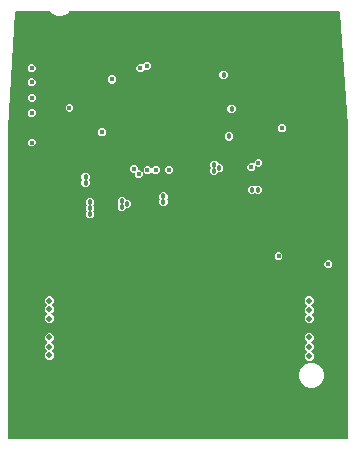
<source format=gbr>
G04 EAGLE Gerber RS-274X export*
G75*
%MOMM*%
%FSLAX34Y34*%
%LPD*%
%INCopper Layer 2*%
%IPPOS*%
%AMOC8*
5,1,8,0,0,1.08239X$1,22.5*%
G01*
%ADD10C,0.457200*%
%ADD11C,0.453200*%
%ADD12C,0.403200*%
%ADD13C,0.503200*%

G36*
X290896Y4771D02*
X290896Y4771D01*
X290915Y4769D01*
X291017Y4791D01*
X291119Y4807D01*
X291136Y4817D01*
X291156Y4821D01*
X291245Y4874D01*
X291336Y4923D01*
X291350Y4937D01*
X291367Y4947D01*
X291434Y5026D01*
X291506Y5101D01*
X291514Y5119D01*
X291527Y5134D01*
X291566Y5230D01*
X291609Y5324D01*
X291611Y5344D01*
X291619Y5362D01*
X291637Y5529D01*
X291637Y269887D01*
X291634Y269908D01*
X291635Y269942D01*
X284730Y365636D01*
X284713Y365705D01*
X284706Y365776D01*
X284685Y365824D01*
X284672Y365875D01*
X284657Y365899D01*
X284651Y366238D01*
X284649Y366251D01*
X284650Y366263D01*
X284627Y366372D01*
X284607Y366480D01*
X284601Y366491D01*
X284598Y366504D01*
X284541Y366599D01*
X284488Y366695D01*
X284478Y366704D01*
X284472Y366715D01*
X284388Y366787D01*
X284306Y366861D01*
X284295Y366866D01*
X284285Y366875D01*
X284182Y366916D01*
X284081Y366961D01*
X284069Y366962D01*
X284057Y366967D01*
X283890Y366985D01*
X56172Y366985D01*
X56082Y366970D01*
X55991Y366963D01*
X55961Y366951D01*
X55929Y366945D01*
X55849Y366903D01*
X55765Y366867D01*
X55733Y366841D01*
X55712Y366830D01*
X55690Y366807D01*
X55634Y366762D01*
X53765Y364893D01*
X49869Y363279D01*
X45651Y363279D01*
X41755Y364893D01*
X39886Y366762D01*
X39812Y366815D01*
X39743Y366875D01*
X39713Y366887D01*
X39686Y366906D01*
X39599Y366933D01*
X39515Y366967D01*
X39474Y366971D01*
X39451Y366978D01*
X39419Y366977D01*
X39348Y366985D01*
X11023Y366985D01*
X10904Y366966D01*
X10786Y366947D01*
X10783Y366946D01*
X10780Y366945D01*
X10674Y366889D01*
X10568Y366834D01*
X10566Y366832D01*
X10563Y366830D01*
X10480Y366743D01*
X10397Y366657D01*
X10396Y366654D01*
X10394Y366652D01*
X10343Y366543D01*
X10292Y366435D01*
X10291Y366431D01*
X10290Y366429D01*
X10289Y366418D01*
X10263Y366270D01*
X4364Y267952D01*
X4366Y267934D01*
X4363Y267906D01*
X4363Y5529D01*
X4366Y5509D01*
X4364Y5490D01*
X4386Y5388D01*
X4402Y5286D01*
X4412Y5269D01*
X4416Y5249D01*
X4469Y5160D01*
X4518Y5069D01*
X4532Y5055D01*
X4542Y5038D01*
X4621Y4971D01*
X4696Y4899D01*
X4714Y4891D01*
X4729Y4878D01*
X4825Y4839D01*
X4919Y4796D01*
X4939Y4794D01*
X4957Y4786D01*
X5124Y4768D01*
X290876Y4768D01*
X290896Y4771D01*
G37*
%LPC*%
G36*
X258651Y48279D02*
X258651Y48279D01*
X254755Y49893D01*
X251773Y52875D01*
X250159Y56771D01*
X250159Y60989D01*
X251773Y64885D01*
X254755Y67867D01*
X258651Y69481D01*
X262869Y69481D01*
X266765Y67867D01*
X269747Y64885D01*
X271361Y60989D01*
X271361Y56771D01*
X269747Y52875D01*
X266765Y49893D01*
X262869Y48279D01*
X258651Y48279D01*
G37*
%LPD*%
%LPC*%
G36*
X257431Y71213D02*
X257431Y71213D01*
X255213Y73431D01*
X255213Y76569D01*
X257106Y78462D01*
X257118Y78478D01*
X257134Y78490D01*
X257190Y78578D01*
X257250Y78661D01*
X257256Y78680D01*
X257267Y78697D01*
X257292Y78798D01*
X257322Y78897D01*
X257322Y78916D01*
X257327Y78936D01*
X257319Y79039D01*
X257316Y79142D01*
X257309Y79161D01*
X257308Y79181D01*
X257267Y79276D01*
X257232Y79373D01*
X257219Y79389D01*
X257211Y79407D01*
X257106Y79538D01*
X255213Y81431D01*
X255213Y84569D01*
X257106Y86462D01*
X257118Y86478D01*
X257134Y86490D01*
X257164Y86537D01*
X257180Y86555D01*
X257193Y86583D01*
X257250Y86661D01*
X257256Y86680D01*
X257267Y86697D01*
X257292Y86798D01*
X257322Y86897D01*
X257322Y86916D01*
X257327Y86936D01*
X257319Y87039D01*
X257316Y87142D01*
X257309Y87161D01*
X257308Y87181D01*
X257267Y87276D01*
X257232Y87373D01*
X257219Y87389D01*
X257211Y87407D01*
X257106Y87538D01*
X255213Y89431D01*
X255213Y92569D01*
X257431Y94787D01*
X260569Y94787D01*
X262787Y92569D01*
X262787Y89431D01*
X260894Y87538D01*
X260882Y87522D01*
X260866Y87510D01*
X260810Y87422D01*
X260750Y87339D01*
X260744Y87320D01*
X260733Y87303D01*
X260708Y87202D01*
X260678Y87103D01*
X260678Y87084D01*
X260673Y87064D01*
X260681Y86961D01*
X260684Y86858D01*
X260691Y86839D01*
X260692Y86819D01*
X260733Y86724D01*
X260768Y86627D01*
X260781Y86611D01*
X260789Y86593D01*
X260861Y86502D01*
X260867Y86492D01*
X260874Y86486D01*
X260894Y86462D01*
X262787Y84569D01*
X262787Y81431D01*
X260894Y79538D01*
X260882Y79522D01*
X260866Y79510D01*
X260810Y79422D01*
X260750Y79339D01*
X260744Y79320D01*
X260733Y79303D01*
X260708Y79202D01*
X260678Y79103D01*
X260678Y79084D01*
X260673Y79064D01*
X260681Y78961D01*
X260684Y78858D01*
X260691Y78839D01*
X260692Y78819D01*
X260733Y78724D01*
X260768Y78627D01*
X260781Y78611D01*
X260789Y78593D01*
X260894Y78462D01*
X262787Y76569D01*
X262787Y73431D01*
X260569Y71213D01*
X257431Y71213D01*
G37*
%LPD*%
%LPC*%
G36*
X257431Y103213D02*
X257431Y103213D01*
X255213Y105431D01*
X255213Y108569D01*
X256606Y109962D01*
X256618Y109978D01*
X256634Y109990D01*
X256690Y110078D01*
X256750Y110161D01*
X256756Y110180D01*
X256767Y110197D01*
X256792Y110298D01*
X256822Y110397D01*
X256822Y110416D01*
X256827Y110436D01*
X256819Y110539D01*
X256816Y110642D01*
X256809Y110661D01*
X256808Y110681D01*
X256767Y110776D01*
X256732Y110873D01*
X256719Y110889D01*
X256711Y110907D01*
X256606Y111038D01*
X255213Y112431D01*
X255213Y115569D01*
X257106Y117462D01*
X257118Y117478D01*
X257134Y117490D01*
X257190Y117578D01*
X257250Y117661D01*
X257256Y117680D01*
X257267Y117697D01*
X257292Y117798D01*
X257322Y117897D01*
X257322Y117916D01*
X257327Y117936D01*
X257319Y118039D01*
X257316Y118142D01*
X257309Y118161D01*
X257308Y118181D01*
X257267Y118276D01*
X257232Y118373D01*
X257219Y118389D01*
X257211Y118407D01*
X257106Y118538D01*
X255213Y120431D01*
X255213Y123569D01*
X257431Y125787D01*
X260569Y125787D01*
X262787Y123569D01*
X262787Y120431D01*
X260894Y118538D01*
X260882Y118522D01*
X260866Y118510D01*
X260810Y118422D01*
X260750Y118339D01*
X260744Y118320D01*
X260733Y118303D01*
X260708Y118202D01*
X260678Y118103D01*
X260678Y118084D01*
X260673Y118064D01*
X260681Y117961D01*
X260684Y117858D01*
X260691Y117839D01*
X260692Y117819D01*
X260733Y117724D01*
X260768Y117627D01*
X260781Y117611D01*
X260789Y117593D01*
X260894Y117462D01*
X262787Y115569D01*
X262787Y112431D01*
X261394Y111038D01*
X261382Y111022D01*
X261366Y111010D01*
X261310Y110922D01*
X261250Y110839D01*
X261244Y110820D01*
X261233Y110803D01*
X261208Y110702D01*
X261178Y110603D01*
X261178Y110584D01*
X261173Y110564D01*
X261181Y110461D01*
X261184Y110358D01*
X261191Y110339D01*
X261192Y110319D01*
X261233Y110224D01*
X261268Y110127D01*
X261281Y110111D01*
X261289Y110093D01*
X261394Y109962D01*
X262787Y108569D01*
X262787Y105431D01*
X260569Y103213D01*
X257431Y103213D01*
G37*
%LPD*%
%LPC*%
G36*
X37431Y103213D02*
X37431Y103213D01*
X35213Y105431D01*
X35213Y108569D01*
X37106Y110462D01*
X37118Y110478D01*
X37134Y110490D01*
X37190Y110578D01*
X37250Y110661D01*
X37256Y110680D01*
X37267Y110697D01*
X37292Y110798D01*
X37322Y110897D01*
X37322Y110916D01*
X37327Y110936D01*
X37319Y111039D01*
X37316Y111142D01*
X37309Y111161D01*
X37308Y111181D01*
X37267Y111276D01*
X37232Y111373D01*
X37219Y111389D01*
X37211Y111407D01*
X37106Y111538D01*
X35213Y113431D01*
X35213Y116569D01*
X36606Y117962D01*
X36618Y117978D01*
X36634Y117990D01*
X36690Y118078D01*
X36750Y118161D01*
X36756Y118180D01*
X36767Y118197D01*
X36792Y118298D01*
X36822Y118397D01*
X36822Y118416D01*
X36827Y118436D01*
X36819Y118539D01*
X36816Y118642D01*
X36809Y118661D01*
X36808Y118681D01*
X36767Y118776D01*
X36732Y118873D01*
X36719Y118889D01*
X36711Y118907D01*
X36606Y119038D01*
X35213Y120431D01*
X35213Y123569D01*
X37431Y125787D01*
X40569Y125787D01*
X42787Y123569D01*
X42787Y120431D01*
X41394Y119038D01*
X41382Y119022D01*
X41366Y119010D01*
X41310Y118922D01*
X41250Y118839D01*
X41244Y118820D01*
X41233Y118803D01*
X41208Y118702D01*
X41178Y118603D01*
X41178Y118584D01*
X41173Y118564D01*
X41181Y118461D01*
X41184Y118358D01*
X41191Y118339D01*
X41192Y118319D01*
X41233Y118224D01*
X41268Y118127D01*
X41281Y118111D01*
X41289Y118093D01*
X41394Y117962D01*
X42787Y116569D01*
X42787Y113431D01*
X40894Y111538D01*
X40882Y111522D01*
X40866Y111510D01*
X40810Y111422D01*
X40750Y111339D01*
X40744Y111320D01*
X40733Y111303D01*
X40708Y111202D01*
X40678Y111103D01*
X40678Y111084D01*
X40673Y111064D01*
X40681Y110961D01*
X40684Y110858D01*
X40691Y110839D01*
X40692Y110819D01*
X40733Y110724D01*
X40768Y110627D01*
X40781Y110611D01*
X40789Y110593D01*
X40894Y110462D01*
X42787Y108569D01*
X42787Y105431D01*
X40569Y103213D01*
X37431Y103213D01*
G37*
%LPD*%
%LPC*%
G36*
X37431Y72213D02*
X37431Y72213D01*
X35213Y74431D01*
X35213Y77569D01*
X36606Y78962D01*
X36618Y78978D01*
X36634Y78990D01*
X36690Y79078D01*
X36750Y79161D01*
X36756Y79180D01*
X36767Y79197D01*
X36792Y79298D01*
X36822Y79397D01*
X36822Y79416D01*
X36827Y79436D01*
X36819Y79539D01*
X36816Y79642D01*
X36809Y79661D01*
X36808Y79681D01*
X36767Y79776D01*
X36732Y79873D01*
X36719Y79889D01*
X36711Y79907D01*
X36606Y80038D01*
X35213Y81431D01*
X35213Y84569D01*
X37106Y86462D01*
X37118Y86478D01*
X37134Y86490D01*
X37164Y86537D01*
X37180Y86555D01*
X37193Y86583D01*
X37250Y86661D01*
X37256Y86680D01*
X37267Y86697D01*
X37292Y86798D01*
X37322Y86897D01*
X37322Y86916D01*
X37327Y86936D01*
X37319Y87039D01*
X37316Y87142D01*
X37309Y87161D01*
X37308Y87181D01*
X37267Y87276D01*
X37232Y87373D01*
X37219Y87389D01*
X37211Y87407D01*
X37106Y87538D01*
X35213Y89431D01*
X35213Y92569D01*
X37431Y94787D01*
X40569Y94787D01*
X42787Y92569D01*
X42787Y89431D01*
X40894Y87538D01*
X40882Y87522D01*
X40866Y87510D01*
X40810Y87422D01*
X40750Y87339D01*
X40744Y87320D01*
X40733Y87303D01*
X40708Y87202D01*
X40678Y87103D01*
X40678Y87084D01*
X40673Y87064D01*
X40681Y86961D01*
X40684Y86858D01*
X40691Y86839D01*
X40692Y86819D01*
X40733Y86724D01*
X40768Y86627D01*
X40781Y86611D01*
X40789Y86593D01*
X40861Y86502D01*
X40867Y86492D01*
X40874Y86486D01*
X40894Y86462D01*
X42787Y84569D01*
X42787Y81431D01*
X41394Y80038D01*
X41382Y80022D01*
X41366Y80010D01*
X41310Y79922D01*
X41250Y79839D01*
X41244Y79820D01*
X41233Y79803D01*
X41208Y79702D01*
X41178Y79603D01*
X41178Y79584D01*
X41173Y79564D01*
X41181Y79461D01*
X41184Y79358D01*
X41191Y79339D01*
X41192Y79319D01*
X41233Y79224D01*
X41268Y79127D01*
X41281Y79111D01*
X41289Y79093D01*
X41394Y78962D01*
X42787Y77569D01*
X42787Y74431D01*
X40569Y72213D01*
X37431Y72213D01*
G37*
%LPD*%
%LPC*%
G36*
X71916Y191948D02*
X71916Y191948D01*
X69832Y194032D01*
X69832Y196978D01*
X70321Y197467D01*
X70332Y197483D01*
X70348Y197495D01*
X70404Y197582D01*
X70464Y197666D01*
X70470Y197685D01*
X70481Y197702D01*
X70506Y197803D01*
X70537Y197902D01*
X70536Y197921D01*
X70541Y197941D01*
X70533Y198044D01*
X70530Y198147D01*
X70523Y198166D01*
X70522Y198186D01*
X70481Y198281D01*
X70446Y198378D01*
X70433Y198394D01*
X70426Y198412D01*
X70321Y198543D01*
X69832Y199032D01*
X69832Y201978D01*
X70321Y202467D01*
X70332Y202483D01*
X70348Y202495D01*
X70404Y202583D01*
X70464Y202666D01*
X70470Y202685D01*
X70481Y202702D01*
X70506Y202803D01*
X70537Y202902D01*
X70536Y202921D01*
X70541Y202941D01*
X70533Y203044D01*
X70530Y203147D01*
X70523Y203166D01*
X70522Y203186D01*
X70481Y203281D01*
X70446Y203378D01*
X70433Y203394D01*
X70426Y203412D01*
X70321Y203543D01*
X69832Y204032D01*
X69832Y206978D01*
X71916Y209062D01*
X74862Y209062D01*
X76946Y206978D01*
X76946Y204032D01*
X76457Y203543D01*
X76446Y203527D01*
X76430Y203515D01*
X76374Y203427D01*
X76314Y203344D01*
X76308Y203325D01*
X76297Y203308D01*
X76272Y203207D01*
X76241Y203108D01*
X76242Y203089D01*
X76237Y203069D01*
X76245Y202966D01*
X76248Y202863D01*
X76255Y202844D01*
X76256Y202824D01*
X76297Y202729D01*
X76332Y202632D01*
X76345Y202616D01*
X76352Y202598D01*
X76457Y202467D01*
X76946Y201978D01*
X76946Y199032D01*
X76457Y198543D01*
X76446Y198527D01*
X76430Y198515D01*
X76374Y198427D01*
X76314Y198344D01*
X76308Y198325D01*
X76297Y198308D01*
X76272Y198207D01*
X76241Y198108D01*
X76242Y198089D01*
X76237Y198069D01*
X76245Y197966D01*
X76248Y197863D01*
X76255Y197844D01*
X76256Y197824D01*
X76297Y197729D01*
X76332Y197632D01*
X76345Y197616D01*
X76352Y197598D01*
X76457Y197467D01*
X76946Y196978D01*
X76946Y194032D01*
X74862Y191948D01*
X71916Y191948D01*
G37*
%LPD*%
%LPC*%
G36*
X177054Y228606D02*
X177054Y228606D01*
X174971Y230690D01*
X174971Y233636D01*
X175454Y234119D01*
X175466Y234136D01*
X175481Y234148D01*
X175537Y234235D01*
X175598Y234319D01*
X175604Y234338D01*
X175614Y234355D01*
X175640Y234455D01*
X175640Y234457D01*
X175642Y234460D01*
X175642Y234462D01*
X175670Y234554D01*
X175670Y234574D01*
X175674Y234594D01*
X175667Y234689D01*
X175669Y234705D01*
X175666Y234718D01*
X175664Y234800D01*
X175657Y234819D01*
X175655Y234839D01*
X175623Y234915D01*
X175616Y234945D01*
X175602Y234969D01*
X175579Y235031D01*
X175567Y235047D01*
X175559Y235065D01*
X175502Y235136D01*
X175490Y235156D01*
X175477Y235167D01*
X175454Y235196D01*
X175068Y235583D01*
X175068Y238529D01*
X177151Y240613D01*
X180098Y240613D01*
X182290Y238420D01*
X182336Y238333D01*
X182350Y238320D01*
X182361Y238303D01*
X182439Y238235D01*
X182514Y238164D01*
X182532Y238156D01*
X182548Y238143D01*
X182644Y238104D01*
X182737Y238060D01*
X182757Y238058D01*
X182776Y238051D01*
X182942Y238032D01*
X184204Y238032D01*
X186287Y235949D01*
X186287Y233002D01*
X184204Y230919D01*
X182629Y230919D01*
X182539Y230904D01*
X182448Y230897D01*
X182418Y230884D01*
X182386Y230879D01*
X182305Y230836D01*
X182221Y230801D01*
X182189Y230775D01*
X182169Y230764D01*
X182146Y230741D01*
X182091Y230696D01*
X180001Y228606D01*
X177054Y228606D01*
G37*
%LPD*%
%LPC*%
G36*
X98777Y198005D02*
X98777Y198005D01*
X96693Y200088D01*
X96693Y203035D01*
X97116Y203458D01*
X97127Y203474D01*
X97143Y203486D01*
X97199Y203573D01*
X97259Y203657D01*
X97265Y203676D01*
X97276Y203693D01*
X97301Y203793D01*
X97332Y203892D01*
X97331Y203912D01*
X97336Y203932D01*
X97328Y204035D01*
X97325Y204138D01*
X97318Y204157D01*
X97317Y204177D01*
X97276Y204272D01*
X97241Y204369D01*
X97228Y204385D01*
X97221Y204403D01*
X97116Y204534D01*
X96662Y204988D01*
X96662Y207934D01*
X98746Y210018D01*
X101692Y210018D01*
X103859Y207851D01*
X103933Y207798D01*
X104002Y207739D01*
X104032Y207726D01*
X104058Y207708D01*
X104145Y207681D01*
X104230Y207647D01*
X104271Y207642D01*
X104293Y207635D01*
X104326Y207636D01*
X104397Y207628D01*
X105858Y207628D01*
X107941Y205545D01*
X107941Y202598D01*
X105858Y200515D01*
X104548Y200515D01*
X104458Y200500D01*
X104367Y200493D01*
X104337Y200480D01*
X104305Y200475D01*
X104225Y200432D01*
X104141Y200397D01*
X104109Y200371D01*
X104088Y200360D01*
X104066Y200337D01*
X104010Y200292D01*
X101723Y198005D01*
X98777Y198005D01*
G37*
%LPD*%
%LPC*%
G36*
X213997Y212515D02*
X213997Y212515D01*
X213525Y212987D01*
X213509Y212999D01*
X213497Y213014D01*
X213409Y213070D01*
X213325Y213131D01*
X213306Y213136D01*
X213290Y213147D01*
X213189Y213173D01*
X213090Y213203D01*
X213070Y213202D01*
X213051Y213207D01*
X212948Y213199D01*
X212844Y213197D01*
X212826Y213190D01*
X212806Y213188D01*
X212711Y213148D01*
X212613Y213112D01*
X212598Y213100D01*
X212580Y213092D01*
X212449Y212987D01*
X211978Y212517D01*
X209032Y212517D01*
X206948Y214600D01*
X206948Y217547D01*
X209032Y219630D01*
X211978Y219630D01*
X212450Y219158D01*
X212466Y219147D01*
X212479Y219131D01*
X212566Y219075D01*
X212650Y219015D01*
X212669Y219009D01*
X212686Y218998D01*
X212786Y218973D01*
X212885Y218943D01*
X212905Y218943D01*
X212924Y218938D01*
X213027Y218946D01*
X213131Y218949D01*
X213150Y218956D01*
X213170Y218957D01*
X213264Y218998D01*
X213362Y219033D01*
X213378Y219046D01*
X213396Y219054D01*
X213527Y219158D01*
X213997Y219629D01*
X216944Y219629D01*
X219027Y217545D01*
X219027Y214599D01*
X216944Y212515D01*
X213997Y212515D01*
G37*
%LPD*%
%LPC*%
G36*
X134009Y202061D02*
X134009Y202061D01*
X131926Y204144D01*
X131926Y207091D01*
X132303Y207468D01*
X132315Y207484D01*
X132330Y207496D01*
X132386Y207583D01*
X132446Y207667D01*
X132452Y207686D01*
X132463Y207703D01*
X132488Y207803D01*
X132519Y207902D01*
X132518Y207922D01*
X132523Y207942D01*
X132515Y208045D01*
X132512Y208148D01*
X132506Y208167D01*
X132504Y208187D01*
X132464Y208282D01*
X132458Y208298D01*
X132457Y208301D01*
X132456Y208303D01*
X132428Y208379D01*
X132416Y208395D01*
X132408Y208413D01*
X132338Y208500D01*
X132331Y208512D01*
X132323Y208519D01*
X132303Y208544D01*
X131996Y208852D01*
X131996Y211798D01*
X134079Y213881D01*
X137026Y213881D01*
X139109Y211798D01*
X139109Y208852D01*
X138732Y208475D01*
X138720Y208458D01*
X138705Y208446D01*
X138649Y208359D01*
X138589Y208275D01*
X138583Y208256D01*
X138572Y208239D01*
X138547Y208139D01*
X138516Y208040D01*
X138517Y208020D01*
X138512Y208000D01*
X138520Y207897D01*
X138523Y207794D01*
X138529Y207775D01*
X138531Y207755D01*
X138571Y207660D01*
X138607Y207563D01*
X138619Y207547D01*
X138627Y207529D01*
X138732Y207398D01*
X139039Y207091D01*
X139039Y204144D01*
X136956Y202061D01*
X134009Y202061D01*
G37*
%LPD*%
%LPC*%
G36*
X68177Y218516D02*
X68177Y218516D01*
X66093Y220599D01*
X66093Y223546D01*
X66370Y223823D01*
X66382Y223839D01*
X66397Y223851D01*
X66453Y223938D01*
X66514Y224022D01*
X66519Y224042D01*
X66530Y224058D01*
X66555Y224159D01*
X66586Y224258D01*
X66585Y224278D01*
X66590Y224297D01*
X66582Y224400D01*
X66580Y224503D01*
X66573Y224522D01*
X66571Y224542D01*
X66531Y224637D01*
X66495Y224734D01*
X66483Y224750D01*
X66475Y224768D01*
X66370Y224899D01*
X66036Y225233D01*
X66036Y228180D01*
X68120Y230263D01*
X71066Y230263D01*
X73150Y228180D01*
X73150Y225233D01*
X72873Y224956D01*
X72861Y224940D01*
X72846Y224928D01*
X72790Y224841D01*
X72729Y224756D01*
X72723Y224737D01*
X72713Y224721D01*
X72687Y224620D01*
X72657Y224521D01*
X72657Y224501D01*
X72653Y224482D01*
X72661Y224379D01*
X72663Y224276D01*
X72670Y224257D01*
X72672Y224237D01*
X72712Y224142D01*
X72748Y224045D01*
X72760Y224029D01*
X72768Y224011D01*
X72873Y223880D01*
X73207Y223546D01*
X73207Y220599D01*
X71123Y218516D01*
X68177Y218516D01*
G37*
%LPD*%
%LPC*%
G36*
X208639Y231713D02*
X208639Y231713D01*
X206713Y233639D01*
X206713Y236361D01*
X208639Y238287D01*
X211361Y238287D01*
X211414Y238234D01*
X211472Y238193D01*
X211524Y238143D01*
X211571Y238121D01*
X211613Y238091D01*
X211682Y238070D01*
X211747Y238040D01*
X211799Y238034D01*
X211849Y238018D01*
X211920Y238020D01*
X211991Y238012D01*
X212042Y238024D01*
X212094Y238025D01*
X212162Y238049D01*
X212232Y238065D01*
X212277Y238091D01*
X212325Y238109D01*
X212381Y238154D01*
X212443Y238191D01*
X212477Y238230D01*
X212517Y238263D01*
X212556Y238323D01*
X212603Y238378D01*
X212622Y238426D01*
X212650Y238470D01*
X212668Y238539D01*
X212695Y238606D01*
X212703Y238677D01*
X212711Y238708D01*
X212709Y238732D01*
X212713Y238773D01*
X212713Y240361D01*
X214639Y242287D01*
X217361Y242287D01*
X219287Y240361D01*
X219287Y237639D01*
X217361Y235713D01*
X214639Y235713D01*
X214586Y235766D01*
X214528Y235807D01*
X214476Y235857D01*
X214429Y235879D01*
X214387Y235909D01*
X214318Y235930D01*
X214253Y235960D01*
X214201Y235966D01*
X214151Y235982D01*
X214080Y235980D01*
X214009Y235988D01*
X213958Y235976D01*
X213906Y235975D01*
X213838Y235951D01*
X213768Y235935D01*
X213723Y235909D01*
X213675Y235891D01*
X213619Y235846D01*
X213557Y235809D01*
X213523Y235770D01*
X213483Y235737D01*
X213444Y235677D01*
X213397Y235622D01*
X213378Y235574D01*
X213350Y235530D01*
X213332Y235461D01*
X213305Y235394D01*
X213297Y235323D01*
X213289Y235292D01*
X213291Y235268D01*
X213287Y235227D01*
X213287Y233639D01*
X211361Y231713D01*
X208639Y231713D01*
G37*
%LPD*%
%LPC*%
G36*
X120639Y229713D02*
X120639Y229713D01*
X119267Y231085D01*
X119209Y231127D01*
X119157Y231176D01*
X119109Y231198D01*
X119067Y231229D01*
X118999Y231250D01*
X118933Y231280D01*
X118882Y231286D01*
X118832Y231301D01*
X118760Y231299D01*
X118689Y231307D01*
X118638Y231296D01*
X118603Y231295D01*
X118622Y231343D01*
X118650Y231387D01*
X118668Y231456D01*
X118695Y231523D01*
X118703Y231594D01*
X118711Y231625D01*
X118709Y231649D01*
X118713Y231689D01*
X118713Y234361D01*
X120639Y236287D01*
X123361Y236287D01*
X124962Y234686D01*
X124978Y234675D01*
X124990Y234659D01*
X125078Y234603D01*
X125161Y234543D01*
X125180Y234537D01*
X125197Y234526D01*
X125298Y234501D01*
X125397Y234471D01*
X125416Y234471D01*
X125436Y234466D01*
X125539Y234474D01*
X125642Y234477D01*
X125661Y234484D01*
X125681Y234485D01*
X125776Y234526D01*
X125873Y234561D01*
X125889Y234574D01*
X125907Y234582D01*
X126038Y234686D01*
X127639Y236287D01*
X130361Y236287D01*
X132287Y234361D01*
X132287Y231639D01*
X130361Y229713D01*
X127639Y229713D01*
X126038Y231314D01*
X126022Y231325D01*
X126010Y231341D01*
X125922Y231397D01*
X125839Y231457D01*
X125820Y231463D01*
X125803Y231474D01*
X125702Y231499D01*
X125603Y231529D01*
X125584Y231529D01*
X125564Y231534D01*
X125461Y231526D01*
X125358Y231523D01*
X125339Y231516D01*
X125319Y231515D01*
X125224Y231474D01*
X125127Y231439D01*
X125111Y231426D01*
X125093Y231418D01*
X124962Y231314D01*
X123361Y229713D01*
X120639Y229713D01*
G37*
%LPD*%
%LPC*%
G36*
X114639Y315713D02*
X114639Y315713D01*
X112713Y317639D01*
X112713Y320361D01*
X114639Y322287D01*
X117361Y322287D01*
X117462Y322186D01*
X117478Y322175D01*
X117490Y322159D01*
X117577Y322103D01*
X117661Y322043D01*
X117680Y322037D01*
X117697Y322026D01*
X117798Y322001D01*
X117896Y321971D01*
X117916Y321971D01*
X117936Y321966D01*
X118039Y321974D01*
X118142Y321977D01*
X118161Y321984D01*
X118181Y321985D01*
X118276Y322026D01*
X118373Y322061D01*
X118389Y322074D01*
X118407Y322082D01*
X118538Y322186D01*
X120639Y324287D01*
X123361Y324287D01*
X125287Y322361D01*
X125287Y319639D01*
X123361Y317713D01*
X120639Y317713D01*
X120538Y317814D01*
X120522Y317825D01*
X120510Y317841D01*
X120422Y317897D01*
X120339Y317957D01*
X120320Y317963D01*
X120303Y317974D01*
X120202Y317999D01*
X120103Y318029D01*
X120084Y318029D01*
X120064Y318034D01*
X119961Y318026D01*
X119858Y318023D01*
X119839Y318016D01*
X119819Y318015D01*
X119724Y317974D01*
X119627Y317939D01*
X119611Y317926D01*
X119593Y317918D01*
X119462Y317814D01*
X117361Y315713D01*
X114639Y315713D01*
G37*
%LPD*%
%LPC*%
G36*
X113319Y225950D02*
X113319Y225950D01*
X111394Y227875D01*
X111394Y229869D01*
X111391Y229889D01*
X111393Y229908D01*
X111371Y230010D01*
X111354Y230112D01*
X111345Y230129D01*
X111340Y230149D01*
X111287Y230238D01*
X111239Y230329D01*
X111224Y230343D01*
X111214Y230360D01*
X111136Y230427D01*
X111061Y230498D01*
X111043Y230507D01*
X111027Y230520D01*
X110931Y230558D01*
X110837Y230602D01*
X110818Y230604D01*
X110799Y230612D01*
X110632Y230630D01*
X109158Y230630D01*
X107232Y232555D01*
X107232Y235278D01*
X109158Y237204D01*
X111881Y237204D01*
X113806Y235278D01*
X113806Y233284D01*
X113809Y233265D01*
X113807Y233245D01*
X113829Y233144D01*
X113846Y233042D01*
X113855Y233024D01*
X113859Y233004D01*
X113912Y232915D01*
X113961Y232824D01*
X113975Y232810D01*
X113985Y232793D01*
X114064Y232726D01*
X114139Y232655D01*
X114157Y232646D01*
X114172Y232633D01*
X114269Y232595D01*
X114362Y232551D01*
X114382Y232549D01*
X114400Y232542D01*
X114567Y232523D01*
X116042Y232523D01*
X117414Y231151D01*
X117472Y231109D01*
X117524Y231060D01*
X117571Y231038D01*
X117613Y231008D01*
X117682Y230987D01*
X117747Y230956D01*
X117799Y230951D01*
X117849Y230935D01*
X117920Y230937D01*
X117991Y230929D01*
X118042Y230940D01*
X118077Y230941D01*
X118058Y230893D01*
X118030Y230850D01*
X118012Y230780D01*
X117986Y230714D01*
X117978Y230642D01*
X117970Y230611D01*
X117972Y230588D01*
X117967Y230547D01*
X117967Y227875D01*
X116042Y225950D01*
X113319Y225950D01*
G37*
%LPD*%
%LPC*%
G36*
X185055Y309867D02*
X185055Y309867D01*
X182972Y311951D01*
X182972Y314897D01*
X185055Y316981D01*
X188002Y316981D01*
X190085Y314897D01*
X190085Y311951D01*
X188002Y309867D01*
X185055Y309867D01*
G37*
%LPD*%
%LPC*%
G36*
X191822Y280809D02*
X191822Y280809D01*
X189739Y282892D01*
X189739Y285839D01*
X191822Y287922D01*
X194769Y287922D01*
X196852Y285839D01*
X196852Y282892D01*
X194769Y280809D01*
X191822Y280809D01*
G37*
%LPD*%
%LPC*%
G36*
X189514Y257574D02*
X189514Y257574D01*
X187430Y259658D01*
X187430Y262604D01*
X189514Y264688D01*
X192460Y264688D01*
X194544Y262604D01*
X194544Y259658D01*
X192460Y257574D01*
X189514Y257574D01*
G37*
%LPD*%
%LPC*%
G36*
X90446Y305854D02*
X90446Y305854D01*
X88374Y307926D01*
X88374Y310856D01*
X90446Y312928D01*
X93376Y312928D01*
X95448Y310856D01*
X95448Y307926D01*
X93376Y305854D01*
X90446Y305854D01*
G37*
%LPD*%
%LPC*%
G36*
X81984Y261348D02*
X81984Y261348D01*
X79912Y263419D01*
X79912Y266349D01*
X81984Y268421D01*
X84914Y268421D01*
X86985Y266349D01*
X86985Y263419D01*
X84914Y261348D01*
X81984Y261348D01*
G37*
%LPD*%
%LPC*%
G36*
X22639Y315713D02*
X22639Y315713D01*
X20713Y317639D01*
X20713Y320361D01*
X22639Y322287D01*
X25361Y322287D01*
X27287Y320361D01*
X27287Y317639D01*
X25361Y315713D01*
X22639Y315713D01*
G37*
%LPD*%
%LPC*%
G36*
X22639Y303713D02*
X22639Y303713D01*
X20713Y305639D01*
X20713Y308361D01*
X22639Y310287D01*
X25361Y310287D01*
X27287Y308361D01*
X27287Y305639D01*
X25361Y303713D01*
X22639Y303713D01*
G37*
%LPD*%
%LPC*%
G36*
X22639Y290713D02*
X22639Y290713D01*
X20713Y292639D01*
X20713Y295361D01*
X22639Y297287D01*
X25361Y297287D01*
X27287Y295361D01*
X27287Y292639D01*
X25361Y290713D01*
X22639Y290713D01*
G37*
%LPD*%
%LPC*%
G36*
X54643Y282206D02*
X54643Y282206D01*
X52718Y284131D01*
X52718Y286854D01*
X54643Y288779D01*
X57366Y288779D01*
X59291Y286854D01*
X59291Y284131D01*
X57366Y282206D01*
X54643Y282206D01*
G37*
%LPD*%
%LPC*%
G36*
X22639Y277713D02*
X22639Y277713D01*
X20713Y279639D01*
X20713Y282361D01*
X22639Y284287D01*
X25361Y284287D01*
X27287Y282361D01*
X27287Y279639D01*
X25361Y277713D01*
X22639Y277713D01*
G37*
%LPD*%
%LPC*%
G36*
X234639Y264713D02*
X234639Y264713D01*
X232713Y266639D01*
X232713Y269361D01*
X234639Y271287D01*
X237361Y271287D01*
X239287Y269361D01*
X239287Y266639D01*
X237361Y264713D01*
X234639Y264713D01*
G37*
%LPD*%
%LPC*%
G36*
X22639Y252713D02*
X22639Y252713D01*
X20713Y254639D01*
X20713Y257361D01*
X22639Y259287D01*
X25361Y259287D01*
X27287Y257361D01*
X27287Y254639D01*
X25361Y252713D01*
X22639Y252713D01*
G37*
%LPD*%
%LPC*%
G36*
X138639Y229713D02*
X138639Y229713D01*
X136713Y231639D01*
X136713Y234361D01*
X138639Y236287D01*
X141361Y236287D01*
X143287Y234361D01*
X143287Y231639D01*
X141361Y229713D01*
X138639Y229713D01*
G37*
%LPD*%
%LPC*%
G36*
X231639Y156713D02*
X231639Y156713D01*
X229713Y158639D01*
X229713Y161361D01*
X231639Y163287D01*
X234361Y163287D01*
X236287Y161361D01*
X236287Y158639D01*
X234361Y156713D01*
X231639Y156713D01*
G37*
%LPD*%
%LPC*%
G36*
X273639Y149713D02*
X273639Y149713D01*
X271713Y151639D01*
X271713Y154361D01*
X273639Y156287D01*
X276361Y156287D01*
X278287Y154361D01*
X278287Y151639D01*
X276361Y149713D01*
X273639Y149713D01*
G37*
%LPD*%
D10*
X193296Y284365D03*
X186528Y313424D03*
X135552Y210325D03*
X135483Y205617D03*
X69650Y222073D03*
X178528Y232163D03*
X182731Y234476D03*
X190987Y261131D03*
X69593Y226706D03*
D11*
X91911Y309391D03*
X83449Y264884D03*
D10*
X178624Y237056D03*
X123423Y287706D03*
X136758Y276371D03*
X123423Y265036D03*
X123423Y276371D03*
X136758Y287706D03*
X150093Y287706D03*
X150093Y276371D03*
X150093Y265036D03*
X136758Y265036D03*
X113009Y265036D03*
X112882Y275990D03*
X113009Y287706D03*
X160634Y264909D03*
X160634Y276371D03*
X160581Y287714D03*
X113009Y253036D03*
X123423Y253036D03*
X136702Y253176D03*
X150093Y253120D03*
X160593Y253071D03*
X113009Y299706D03*
X123423Y299706D03*
X136758Y299706D03*
X150093Y299706D03*
X160581Y299714D03*
D12*
X190229Y293603D03*
X217727Y308140D03*
D13*
X12714Y363153D03*
X21381Y363000D03*
X30762Y363000D03*
X40143Y363000D03*
X58905Y363000D03*
X68286Y363000D03*
X77667Y363000D03*
X87048Y363000D03*
X96429Y363000D03*
X105810Y363000D03*
X115191Y363000D03*
X124572Y363000D03*
X133953Y363000D03*
X143334Y363000D03*
X152715Y363000D03*
X162096Y363000D03*
X210874Y363000D03*
X217255Y363000D03*
X224636Y363000D03*
X234017Y363000D03*
X243398Y363000D03*
X252779Y363000D03*
X262160Y363000D03*
X271541Y363000D03*
X280922Y363000D03*
X12170Y353747D03*
X11634Y344055D03*
X11238Y334984D03*
X10455Y325170D03*
X9847Y316022D03*
X9490Y306890D03*
X8873Y297333D03*
X8873Y287952D03*
X8873Y278571D03*
X8873Y269190D03*
X8873Y259809D03*
X8873Y250428D03*
X8873Y241047D03*
X8873Y231666D03*
X8873Y222285D03*
X8873Y212904D03*
X8873Y184761D03*
X8873Y175380D03*
X8873Y165999D03*
X8873Y97205D03*
X8873Y87824D03*
X8873Y78443D03*
X8873Y69062D03*
X8873Y59681D03*
X8873Y50300D03*
X8873Y40919D03*
X8873Y31538D03*
X8873Y22157D03*
X8873Y12776D03*
X15127Y9649D03*
X24508Y9649D03*
X33889Y9649D03*
X43270Y9649D03*
X52651Y9649D03*
X62032Y9649D03*
X71413Y9649D03*
X80794Y9649D03*
X90175Y9649D03*
X99556Y9649D03*
X108937Y9649D03*
X118318Y9649D03*
X127699Y9649D03*
X137080Y9649D03*
X146461Y9649D03*
X155842Y9649D03*
X165223Y9649D03*
X174604Y9649D03*
X183985Y9649D03*
X193366Y9649D03*
X202747Y9649D03*
X212128Y9649D03*
X221509Y9649D03*
X230890Y9649D03*
X240271Y9649D03*
X249652Y9649D03*
X259033Y9649D03*
X268414Y9649D03*
X277795Y9649D03*
X287176Y9649D03*
X287176Y19030D03*
X287176Y28411D03*
X287176Y37792D03*
X287176Y47173D03*
X287176Y56554D03*
X287176Y65935D03*
X287176Y75316D03*
X287176Y84697D03*
X287176Y94078D03*
X287176Y103459D03*
X287176Y112840D03*
X287176Y122221D03*
X287176Y131602D03*
X287176Y140983D03*
X287176Y150364D03*
X287176Y159745D03*
X287176Y169126D03*
X287176Y178507D03*
X287176Y187888D03*
X287176Y197269D03*
X287176Y206650D03*
X287176Y216031D03*
X287176Y225412D03*
X287176Y234793D03*
X287176Y244174D03*
X287176Y253555D03*
X287176Y262936D03*
X287176Y272317D03*
X287176Y281698D03*
X287176Y291079D03*
X286176Y300460D03*
X286176Y309841D03*
X285176Y319222D03*
X284049Y328603D03*
X284049Y337984D03*
X283049Y347365D03*
X282049Y355746D03*
X199985Y365000D03*
X8873Y106586D03*
X8873Y115967D03*
X8873Y125348D03*
X8873Y134729D03*
X8873Y144110D03*
X8873Y153491D03*
X8873Y203523D03*
X8873Y194142D03*
D12*
X151365Y325248D03*
X151379Y331000D03*
X151481Y342273D03*
X157000Y343000D03*
X162000Y347000D03*
X165746Y351242D03*
X170353Y356392D03*
X172134Y363258D03*
X172000Y328633D03*
X172000Y334000D03*
X174000Y340000D03*
X179498Y345529D03*
X184785Y350280D03*
X186190Y356508D03*
X145669Y325338D03*
X140028Y325534D03*
X134179Y325384D03*
X130414Y329778D03*
X126242Y333425D03*
X121702Y336391D03*
X118580Y340854D03*
X124089Y342752D03*
X129516Y342745D03*
X135026Y342662D03*
X146040Y342599D03*
X27000Y348000D03*
X47000Y336000D03*
X35000Y331000D03*
X63000Y345000D03*
X49000Y345000D03*
X26000Y333000D03*
X51000Y327000D03*
X237000Y344000D03*
X253000Y325000D03*
X233000Y326000D03*
X257000Y343000D03*
X272000Y352000D03*
X248000Y352000D03*
X230000Y353000D03*
X269000Y308000D03*
X270000Y329000D03*
X253000Y313000D03*
X277000Y271000D03*
X269000Y280000D03*
X224000Y316000D03*
X264000Y260000D03*
X277000Y246000D03*
X264000Y247000D03*
X266000Y233000D03*
X251553Y237716D03*
X227000Y290000D03*
X228000Y275000D03*
X207000Y284000D03*
X209000Y318000D03*
X57000Y233000D03*
X59000Y201000D03*
X40000Y351000D03*
X63000Y355000D03*
X55000Y350000D03*
X21000Y355000D03*
X21000Y341000D03*
X37000Y341000D03*
X58000Y338000D03*
X61000Y327000D03*
X60000Y318000D03*
X246000Y333000D03*
X229000Y334000D03*
X226000Y343000D03*
X271000Y342000D03*
X277000Y317000D03*
X265000Y321000D03*
X264000Y297000D03*
X278000Y298000D03*
X262000Y333000D03*
X263000Y354000D03*
X245000Y308000D03*
X203000Y346000D03*
X210701Y353773D03*
X211000Y336000D03*
X189117Y343506D03*
X183000Y337264D03*
X202773Y329084D03*
X201955Y354954D03*
X193508Y352238D03*
X211000Y344000D03*
X192567Y334986D03*
X217000Y352000D03*
X222000Y331000D03*
X214000Y328000D03*
X223000Y354000D03*
X241000Y320000D03*
X275000Y213000D03*
X263000Y209000D03*
X261000Y220000D03*
X42444Y322245D03*
X50909Y316263D03*
D10*
X24009Y269036D03*
D13*
X190241Y363115D03*
D12*
X185054Y363105D03*
X247372Y344076D03*
X203053Y337709D03*
X49697Y360861D03*
X74444Y293245D03*
X92444Y294245D03*
X89444Y276245D03*
X83444Y293245D03*
X77444Y279245D03*
X195717Y325577D03*
X73000Y319000D03*
X83000Y319000D03*
X94000Y318000D03*
X140453Y342662D03*
X151091Y336743D03*
X171994Y323496D03*
X181512Y326226D03*
X185229Y291603D03*
X207553Y202716D03*
X212553Y225716D03*
X194553Y198716D03*
X211553Y195716D03*
X225553Y195716D03*
X228553Y232716D03*
X106553Y196716D03*
X117553Y223716D03*
D10*
X100219Y206461D03*
D12*
X210000Y235000D03*
X216000Y239000D03*
D10*
X73389Y195505D03*
X73389Y200505D03*
X73389Y205505D03*
X210505Y216074D03*
X215470Y216072D03*
D12*
X24000Y256000D03*
D10*
X100250Y201562D03*
X104384Y204071D03*
D12*
X24000Y307000D03*
X24000Y319000D03*
X116000Y319000D03*
X56005Y285492D03*
X110519Y233917D03*
X24000Y294000D03*
X114680Y229236D03*
X24000Y281000D03*
X122000Y233000D03*
X275000Y153000D03*
X129000Y233000D03*
X233000Y160000D03*
X140000Y233000D03*
X236000Y268000D03*
X122000Y321000D03*
D13*
X39000Y122000D03*
X39000Y115000D03*
X39000Y107000D03*
X39000Y91000D03*
X39000Y83000D03*
X39000Y76000D03*
X259000Y122000D03*
X259000Y107000D03*
X259000Y114000D03*
X259000Y91000D03*
X259000Y83000D03*
X259000Y75000D03*
M02*

</source>
